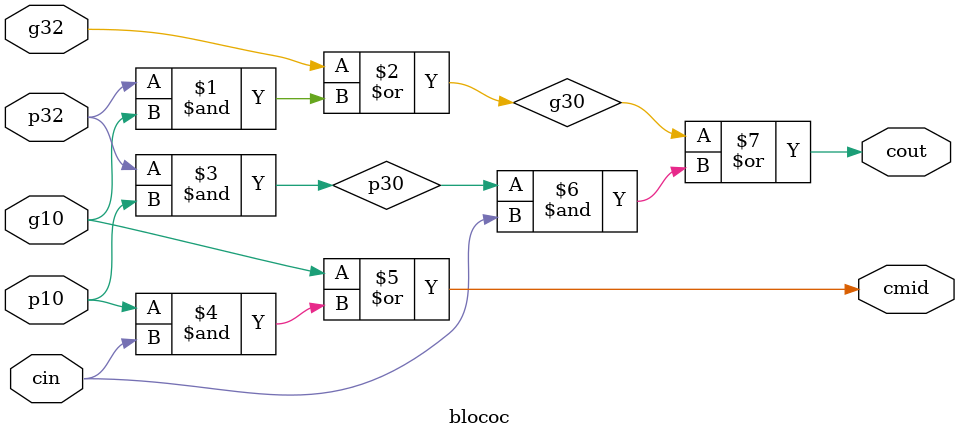
<source format=v>
`timescale 1ns / 1ps
module blococ

	(
	        input g10,
		input p10,
		input g32,
		input p32,
		input cin,
		output cmid,
		output cout
	);
	
	wire g30;
	wire p30;
	
	assign g30 = g32 | p32 & g10;
	assign p30 = p32 & p10;
	assign cmid = g10 | p10 & cin;
	assign cout = g30 | p30 & cin;

endmodule

</source>
